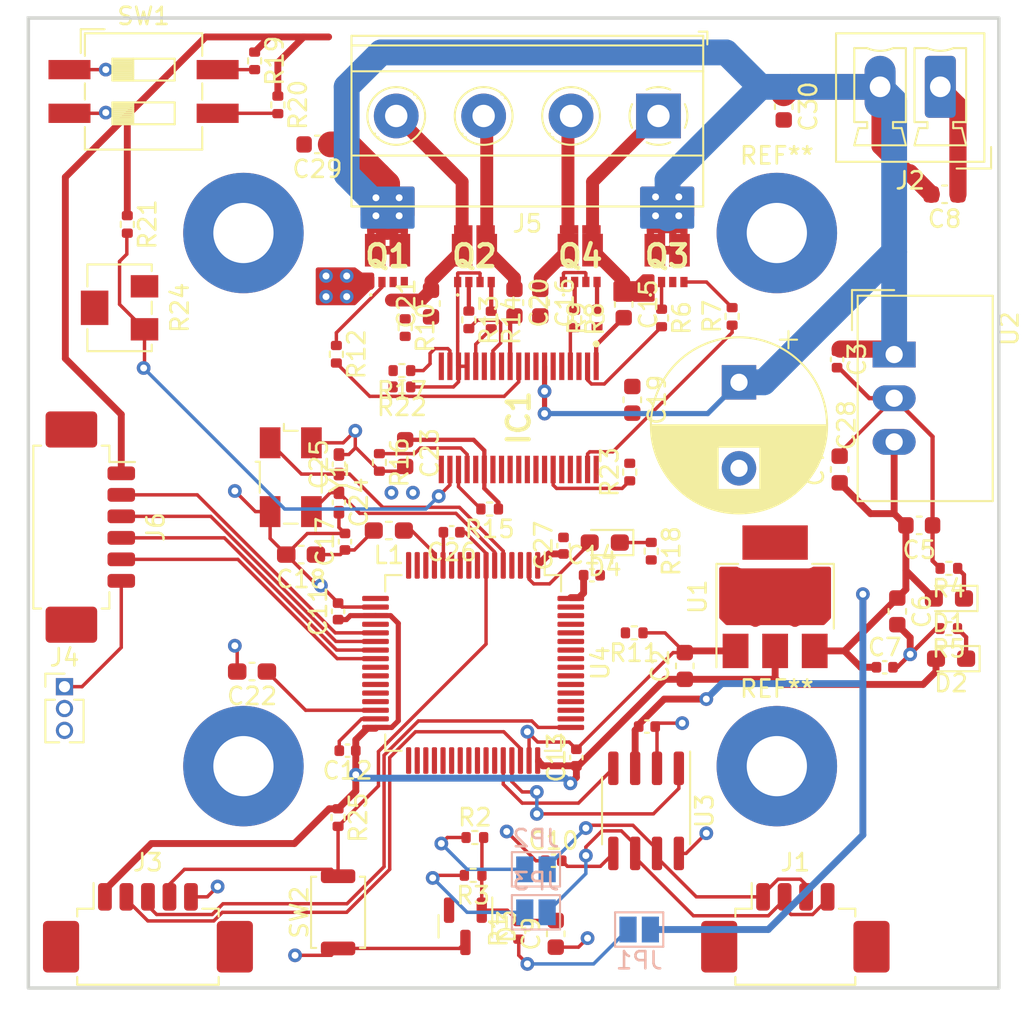
<source format=kicad_pcb>
(kicad_pcb (version 20221018) (generator pcbnew)
  (layers (0 "F.Cu" signal) (1 "In1.Cu" signal) (2 "In2.Cu" signal) (31 "B.Cu" signal) (34 "B.Paste" user) (35 "F.Paste" user) (36 "B.SilkS" user "B.Silkscreen") (37 "F.SilkS" user "F.Silkscreen") (38 "B.Mask" user) (39 "F.Mask" user) (44 "Edge.Cuts" user))
  (net 0 "")
  (net 1 "GND")
  (net 2 "+5V")
  (net 3 "+3V3")
  (net 4 "+24V")
  (net 5 "Net-(C9-Pad2)")
  (net 6 "+3.3V")
  (net 7 "W2_1")
  (net 8 "Net-(IC1-C2A)")
  (net 9 "W2_2")
  (net 10 "Net-(IC1-C2B)")
  (net 11 "Net-(IC1-VREG)")
  (net 12 "W1_1")
  (net 13 "Net-(IC1-C1A)")
  (net 14 "Net-(IC1-C1B)")
  (net 15 "W1_2")
  (net 16 "Net-(U4-VCAP_1)")
  (net 17 "OSC_P")
  (net 18 "OSC_N")
  (net 19 "NRST")
  (net 20 "Net-(D1-K)")
  (net 21 "Net-(D2-K)")
  (net 23 "Net-(D4-K)")
  (net 24 "PC13")
  (net 25 "Net-(IC1-GH2A)")
  (net 26 "Net-(IC1-GL2A)")
  (net 28 "Net-(IC1-GL1A)")
  (net 29 "Net-(IC1-GH1A)")
  (net 30 "Net-(IC1-GH1B)")
  (net 31 "Net-(IC1-GL1B)")
  (net 32 "Sense1")
  (net 33 "Net-(IC1-SR)")
  (net 34 "PB15\\Stp_EN")
  (net 35 "Vref")
  (net 36 "Net-(IC1-RESET)")
  (net 37 "Net-(IC1-OSC)")
  (net 39 "PC6\\STEP")
  (net 40 "MS1")
  (net 41 "MS2")
  (net 42 "PC7\\DIR")
  (net 43 "Sense2")
  (net 45 "Net-(IC1-GL2B)")
  (net 46 "Net-(IC1-GH2B)")
  (net 47 "USART1_RX")
  (net 48 "USART1_TX")
  (net 49 "PA7\\SPI1_MOSI")
  (net 50 "PA6\\SPI1_MISO")
  (net 51 "PC4\\SPI1_CS")
  (net 52 "PA5\\SPI1_SCK")
  (net 53 "PB1")
  (net 54 "PB2")
  (net 55 "PB10")
  (net 56 "Net-(JP1-A)")
  (net 57 "Net-(JP2-B)")
  (net 58 "Net-(JP3-B)")
  (net 59 "Net-(U4-VDDA)")
  (net 60 "Gate1_1")
  (net 61 "Gate1_2")
  (net 62 "Gate2_1")
  (net 63 "Gate2_2")
  (net 64 "Gate3_1")
  (net 65 "Net-(C17-Pad1)")
  (net 66 "Gate3_2")
  (net 67 "Gate4_1")
  (net 68 "Gate4_2")
  (net 69 "Net-(U4-BOOT0)")
  (net 72 "PC0")
  (net 73 "PC1")
  (net 74 "PC2")
  (net 75 "PC3")
  (net 76 "PA0")
  (net 77 "PA1")
  (net 78 "PA2\\USART2_TX")
  (net 79 "PA3\\USART2_RX")
  (net 80 "PA4")
  (net 81 "PC5")
  (net 82 "PB0")
  (net 83 "PB12")
  (net 84 "PB13")
  (net 85 "PB14")
  (net 86 "PC8")
  (net 87 "PC9")
  (net 88 "PA8")
  (net 89 "PA9")
  (net 90 "PA10")
  (net 91 "PA11\\CAN1RX")
  (net 92 "PA12\\CAN1TX")
  (net 93 "PA13\\SWDIO")
  (net 94 "PA14\\SWCLK")
  (net 95 "PA15")
  (net 96 "PC10\\SPI3_SCK")
  (net 97 "PC11\\SPI3_MISO")
  (net 98 "PC12\\SPI3_MOSI")
  (net 99 "PD2\\SPI3_CS")
  (net 100 "PB3")
  (net 101 "PB4")
  (net 102 "PB5")
  (net 103 "PB6")
  (net 104 "PB7\\I2C1_SDA")
  (net 105 "PB6\\I2C1_SCL")
  (net 106 "PB9")
  (net 107 "CAN+")
  (net 108 "CAN-")
  (footprint "Resistor_SMD:R_0402_1005Metric" (layer "F.Cu") (at 127.4 75.840001 -90)
    (fp_text reference "R16")
    (fp_text value "R")
  )
  (footprint "Package_TO_SOT_SMD:SOT-223-3_TabPin2" (layer "F.Cu") (at 150.4 83.65 90)
    (fp_text reference "U1")
    (fp_text value "AMS1117-3.3")
  )
  (footprint "Resistor_SMD:R_0402_1005Metric" (layer "F.Cu") (at 160.49 85.5 180)
    (fp_text reference "R5")
    (fp_text value "R")
  )
  (footprint "Capacitor_SMD:C_0603_1608Metric" (layer "F.Cu") (at 141.6 66.65 -90)
    (fp_text reference "C15")
    (fp_text value "C")
  )
  (footprint "Potentiometer_SMD:Potentiometer_Bourns_3214W_Vertical" (layer "F.Cu") (at 112.3 66.85 -90)
    (fp_text reference "R24")
    (fp_text value "R_Variable")
  )
  (footprint "Capacitor_SMD:C_0603_1608Metric" (layer "F.Cu") (at 145.15 87.675 90)
    (fp_text reference "C2")
    (fp_text value "10u")
  )
  (footprint "Capacitor_SMD:C_0603_1608Metric" (layer "F.Cu") (at 135.25 66.55 -90)
    (fp_text reference "C20")
    (fp_text value "C")
  )
  (footprint "Connector_PinHeader_1.27mm:PinHeader_1x03_P1.27mm_Vertical" (layer "F.Cu") (at 109.1 88.88)
    (fp_text reference "J4")
    (fp_text value "UART")
  )
  (footprint "LED_SMD:LED_0603_1608Metric_Pad1.05x0.95mm_HandSolder" (layer "F.Cu") (at 160.5 83.75 180)
    (fp_text reference "D1")
    (fp_text value "LED")
  )
  (footprint "CustomFootprint:DMT3020LDV7" (layer "F.Cu") (at 127.875 63.85)
    (fp_text reference "Q1")
    (fp_text value "DMT3020LDV-7" hide)
  )
  (footprint "MountingHole:MountingHole_3.5mm_Pad_TopBottom" (layer "F.Cu") (at 150.5 62.5)
    (fp_text reference "REF**")
    (fp_text value "MountingHole_3.5mm_Pad_TopBottom")
  )
  (footprint "Resistor_SMD:R_0402_1005Metric" (layer "F.Cu") (at 128.71 70.5 180)
    (fp_text reference "R17")
    (fp_text value "R")
  )
  (footprint "Capacitor_SMD:C_0402_1005Metric" (layer "F.Cu") (at 137.52 99)
    (fp_text reference "C10")
    (fp_text value "100n")
  )
  (footprint "Resistor_SMD:R_0402_1005Metric" (layer "F.Cu") (at 140.05 67.445 90)
    (fp_text reference "R9")
    (fp_text value "R")
  )
  (footprint "Resistor_SMD:R_0402_1005Metric" (layer "F.Cu") (at 125 96.490001 -90)
    (fp_text reference "R25")
    (fp_text value "10k")
  )
  (footprint "Capacitor_SMD:C_0402_1005Metric" (layer "F.Cu") (at 156.77 87.75)
    (fp_text reference "C7")
    (fp_text value "100n")
  )
  (footprint "MountingHole:MountingHole_3.5mm_Pad_TopBottom" (layer "F.Cu") (at 119.5 93.5)
    (fp_text reference "REF**" hide)
    (fp_text value "MountingHole_3.5mm_Pad_TopBottom" hide)
  )
  (footprint "Capacitor_SMD:C_0603_1608Metric_Pad1.08x0.95mm_HandSolder" (layer "F.Cu") (at 122.85 81.2 180)
    (fp_text reference "C18")
    (fp_text value "1uF")
  )
  (footprint "Capacitor_SMD:C_0603_1608Metric" (layer "F.Cu") (at 123.8 57.35 180)
    (fp_text reference "C29")
    (fp_text value "10u")
  )
  (footprint "Capacitor_SMD:C_0402_1005Metric" (layer "F.Cu") (at 125.4 80.45 90)
    (fp_text reference "C17")
    (fp_text value "10nF")
  )
  (footprint "Resistor_SMD:R_0402_1005Metric" (layer "F.Cu") (at 160.5 82 180)
    (fp_text reference "R4")
    (fp_text value "R")
  )
  (footprint "Capacitor_SMD:C_0603_1608Metric" (layer "F.Cu") (at 160.25 60.25 180)
    (fp_text reference "C8")
    (fp_text value "10u@50V")
  )
  (footprint "Resistor_SMD:R_0402_1005Metric" (layer "F.Cu") (at 124.9 69.55 -90)
    (fp_text reference "R12")
    (fp_text value "R")
  )
  (footprint "Resistor_SMD:R_0402_1005Metric" (layer "F.Cu") (at 132.6 67.55 -90)
    (fp_text reference "R13")
    (fp_text value "R")
  )
  (footprint "Resistor_SMD:R_0402_1005Metric" (layer "F.Cu") (at 135.5 103.05 90)
    (fp_text reference "R1")
    (fp_text value "R")
  )
  (footprint "Package_SO:SOIC-8_3.9x4.9mm_P1.27mm" (layer "F.Cu") (at 142.9 96.1 -90)
    (fp_text reference "U3")
    (fp_text value "MCP2562-E-SN" hide)
  )
  (footprint "Resistor_SMD:R_0402_1005Metric" (layer "F.Cu") (at 121.5 55.05 -90)
    (fp_text reference "R20")
    (fp_text value "R")
  )
  (footprint "Resistor_SMD:R_0402_1005Metric" (layer "F.Cu") (at 132.95 97.65)
    (fp_text reference "R2")
    (fp_text value "R")
  )
  (footprint "CustomFootprint:DMT3020LDV7" (layer "F.Cu") (at 132.925 63.85)
    (fp_text reference "Q2")
    (fp_text value "DMT3020LDV-7" hide)
  )
  (footprint "Connector_Molex:Molex_PicoBlade_53261-0671_1x06-1MP_P1.25mm_Horizontal" (layer "F.Cu") (at 110 79.6 -90)
    (fp_text reference "J6")
    (fp_text value "Conn_01x06")
  )
  (footprint "Connector_Molex:Molex_PicoBlade_53261-0471_1x04-1MP_P1.25mm_Horizontal" (layer "F.Cu") (at 151.575 103.5)
    (fp_text reference "J1")
    (fp_text value "Screw_Terminal_01x04" hide)
  )
  (footprint "Package_QFP:LQFP-64_10x10mm_P0.5mm" (layer "F.Cu") (at 132.85 87.5 -90)
    (fp_text reference "U4")
    (fp_text value "STM32F446RETx" hide)
  )
  (footprint "Capacitor_SMD:C_0402_1005Metric_Pad0.74x0.62mm_HandSolder" (layer "F.Cu") (at 125.05 78.1675 -90)
    (fp_text reference "C24")
    (fp_text value "18p")
  )
  (footprint "Capacitor_SMD:C_0402_1005Metric" (layer "F.Cu") (at 125 84.5 90)
    (fp_text reference "C11")
    (fp_text value "100nF")
  )
  (footprint "Capacitor_SMD:C_0603_1608Metric" (layer "F.Cu") (at 150.9 55.15 -90)
    (fp_text reference "C30")
    (fp_text value "10u")
  )
  (footprint "Package_TO_SOT_SMD:SOT-23" (layer "F.Cu") (at 132.4 102.8125 -90)
    (fp_text reference "D3")
    (fp_text value "MMBZxx")
  )
  (footprint "Capacitor_SMD:C_0402_1005Metric" (layer "F.Cu") (at 138.1 80.68 90)
    (fp_text reference "C27")
    (fp_text value "100nF")
  )
  (footprint "Crystal:Crystal_SMD_Abracon_ABM3B-4Pin_5.0x3.2mm" (layer "F.Cu") (at 122.25 76.7 -90)
    (fp_text reference "Y1")
    (fp_text value "ABM3B-8.000MHZ-B2-T")
  )
  (footprint "Resistor_SMD:R_0402_1005Metric" (layer "F.Cu") (at 143.2 81 -90)
    (fp_text reference "R18")
    (fp_text value "R")
  )
  (footprint "Capacitor_SMD:C_0402_1005Metric" (layer "F.Cu") (at 131.6 79.9 180)
    (fp_text reference "C26")
    (fp_text value "100n")
  )
  (footprint "Resistor_SMD:R_0402_1005Metric" (layer "F.Cu") (at 112.75 62 -90)
    (fp_text reference "R21")
    (fp_text value "R")
  )
  (footprint "Capacitor_SMD:C_0603_1608Metric" (layer "F.Cu") (at 136.75 66.55 -90)
    (fp_text reference "C16")
    (fp_text value "C")
  )
  (footprint "Button_Switch_SMD:SW_Push_SPST_NO_Alps_SKRK" (layer "F.Cu") (at 125 102 90)
    (fp_text reference "SW2")
    (fp_text value "SW_Push")
  )
  (footprint "Resistor_SMD:R_0402_1005Metric" (layer "F.Cu") (at 128.9 68 -90)
    (fp_text reference "R10")
    (fp_text value "R" hide)
  )
  (footprint "Resistor_SMD:R_0402_1005Metric" (layer "F.Cu") (at 143.8 67.440001 -90)
    (fp_text reference "R6")
    (fp_text value "R")
  )
  (footprint "Capacitor_SMD:C_0402_1005Metric" (layer "F.Cu") (at 142.95 91.2 180)
    (fp_text reference "C1" hide)
    (fp_text value "100n")
  )
  (footprint "Inductor_SMD:L_0603_1608Metric_Pad1.05x0.95mm_HandSolder" (layer "F.Cu") (at 127.95 79.8 180)
    (fp_text reference "L1")
    (fp_text value "L")
  )
  (footprint "Capacitor_SMD:C_0603_1608Metric" (layer "F.Cu") (at 142.1 72.2 -90)
    (fp_text reference "C19")
    (fp_text value "C")
  )
  (footprint "MountingHole:MountingHole_3.5mm_Pad_TopBottom" (layer "F.Cu") (at 150.5 93.5)
    (fp_text reference "REF**")
    (fp_text value "MountingHole_3.5mm_Pad_TopBottom" hide)
  )
  (footprint "Capacitor_SMD:C_0603_1608Metric" (layer "F.Cu") (at 154.15 76.25 90)
    (fp_text reference "C4")
    (fp_text value "10u")
  )
  (footprint "TerminalBlock_Phoenix:TerminalBlock_Phoenix_MKDS-1,5-4-5.08_1x04_P5.08mm_Horizontal" (layer "F.Cu") (at 143.62 55.695 180)
    (fp_text reference "J5")
    (fp_text value "Screw_Terminal_01x04")
  )
  (footprint "Capacitor_SMD:C_0402_1005Metric" (layer "F.Cu") (at 138.85 93 90)
    (fp_text reference "C13")
    (fp_text value "100nF")
  )
  (footprint "Button_Switch_SMD:SW_DIP_SPSTx02_Slide_6.7x6.64mm_W8.61mm_P2.54mm_LowProfile" (layer "F.Cu") (at 113.695 54.27)
    (fp_text reference "SW1")
    (fp_text value "SW_DIP_x02")
  )
  (footprint "Capacitor_SMD:C_0603_1608Metric" (layer "F.Cu") (at 128.9 75.3 -90)
    (fp_text reference "C23")
    (fp_text value "C")
  )
  (footprint "Connector_Phoenix_MC:PhoenixContact_MCV_1,5_2-G-3.5_1x02_P3.50mm_Vertical" (layer "F.Cu") (at 160 54 180)
    (fp_text reference "J2")
    (fp_text value "Conn_01x02")
  )
  (footprint "CustomFootprint:DMT3020LDV7" (layer "F.Cu") (at 139.075 63.845)
    (fp_text reference "Q4")
    (fp_text value "DMT3020LDV-7" hide)
  )
  (footprint "Capacitor_SMD:C_0603_1608Metric" (layer "F.Cu") (at 158.775 79.5 180)
    (fp_text reference "C5")
    (fp_text value "22u")
  )
  (footprint "Resistor_SMD:R_0402_1005Metric" (layer "F.Cu") (at 141.95 76.4 90)
    (fp_text reference "R23")
    (fp_text value "R")
  )
  (footprint "CustomFootprint:DMT3020LDV7" (layer "F.Cu") (at 144.125 63.85)
    (fp_text reference "Q3")
    (fp_text value "DMT3020LDV-7" hide)
  )
  (footprint "Resistor_SMD:R_0402_1005Metric" (layer "F.Cu") (at 133.9 67.56 -90)
    (fp_text reference "R14")
    (fp_text value "R")
  )
  (footprint "Converter_DCDC:Converter_DCDC_TRACO_TSR-1_THT" (layer "F.Cu") (at 157.3175 69.5675 -90)
    (fp_text reference "U2")
    (fp_text value "TSR_1-2450")
  )
  (footprint "Capacitor_SMD:C_0402_1005Metric" (layer "F.Cu") (at 154 69.85 -90)
    (fp_text reference "C3")
    (fp_text value "100n")
  )
  (footprint "Capacitor_SMD:C_0402_1005Metric_Pad0.74x0.62mm_HandSolder" (layer "F.Cu") (at 125.05 75.95 90)
    (fp_text reference "C25")
    (fp_text value "18p")
  )
  (footprint "Resistor_SMD:R_0402_1005Metric" (layer "F.Cu") (at 142.209999 85.75 180)
    (fp_text reference "R11")
    (fp_text value "0Ohm")
  )
  (footprint "Connector_Molex:Molex_PicoBlade_53261-0571_1x05-1MP_P1.25mm_Horizontal" (layer "F.Cu") (at 113.95 103.5)
    (fp_text reference "J3")
    (fp_text value "SWD")
  )
  (footprint "CustomFootprint:A3938SLDTRT" (layer "F.Cu") (at 135.5 73.25 -90)
    (fp_text reference "IC1")
    (fp_text value "A4989SLDTR-T" hide)
  )
  (footprint "Resistor_SMD:R_0402_1005Metric" (layer "F.Cu") (at 120.15 52.490001 -90)
    (fp_text reference "R19")
    (fp_text value "R")
  )
  (footprint "Capacitor_SMD:C_0402_1005Metric" (layer "F.Cu") (at 125.55 92.6 180)
    (fp_text reference "C12")
    (fp_text value "100nF")
  )
  (footprint "Capacitor_SMD:C_0603_1608Metric" (layer "F.Cu") (at 157.5 84.5 -90)
    (fp_text reference "C6")
    (fp_text value "10u")
  )
  (footprint "LED_SMD:LED_0603_1608Metric_Pad1.05x0.95mm_HandSolder" (layer "F.Cu") (at 160.625 87.25 180)
    (fp_text reference "D2")
    (fp_text value "LED")
  )
  (footprint "Capacitor_THT:CP_Radial_D10.0mm_P5.00mm" (layer "F.Cu") (at 148.3 71.182323 -90)
    (fp_text reference "C28")
    (fp_text value "C_Polarized")
  )
  (footprint "Capacitor_SMD:C_0603_1608Metric" (layer "F.Cu") (at 130.4 66.6 90)
    (fp_text reference "C21")
    (fp_text value "C")
  )
  (footprint "Resistor_SMD:R_0402_1005Metric" (layer "F.Cu") (at 128.71 71.45 180)
    (fp_text reference "R22")
    (fp_text value "R")
  )
  (footprint "Resistor_SMD:R_0402_1005Metric" (layer "F.Cu") (at 133.809999 78.55 180)
    (fp_text reference "R15")
    (fp_text value "R")
  )
  (footprint "MountingHole:MountingHole_3.5mm_Pad_TopBottom" (layer "F.Cu") (at 119.5 62.5)
    (fp_text reference "REF**" hide)
    (fp_text value "MountingHole_3.5mm_Pad_TopBottom" hide)
  )
  (footprint "Capacitor_SMD:C_0402_1005Metric" (layer "F.Cu") (at 139.75 82.4)
    (fp_text reference "C14")
    (fp_text value "100nF")
  )
  (footprint "LED_SMD:LED_0603_1608Metric_Pad1.05x0.95mm_HandSolder" (layer "F.Cu") (at 140.5 80.5 180)
    (fp_text reference "D4")
    (fp_text value "LED")
  )
  (footprint "Capacitor_SMD:C_0603_1608Metric" (layer "F.Cu") (at 137.65 103.25 90)
    (fp_text reference "C9")
    (fp_text value "4.7n")
  )
  (footprint "Resistor_SMD:R_0402_1005Metric" (layer "F.Cu") (at 147.9 67.35 90)
    (fp_text reference "R7")
    (fp_text value "R")
  )
  (footprint "Resistor_SMD:R_0402_1005Metric" (layer "F.Cu") (at 132.85 99.85 180)
    (fp_text reference "R3")
    (fp_text value "R")
  )
  (footprint "Resistor_SMD:R_0402_1005Metric" (layer "F.Cu") (at 138.75 67.495 -90)
    (fp_text reference "R8")
    (fp_text value "R")
  )
  (footprint "Capacitor_SMD:C_0603_1608Metric_Pad1.08x0.95mm_HandSolder" (layer "F.Cu") (at 120 88 180)
    (fp_text reference "C22")
    (fp_text value "4.7uF")
  )
  (footprint "Jumper:SolderJumper-2_P1.3mm_Open_Pad1.0x1.5mm" (layer "B.Cu") (at 142.5 103)
    (fp_text reference "JP1")
    (fp_text value "SolderJumper_2_Open" hide)
  )
  (footprint "Jumper:SolderJumper-2_P1.3mm_Open_Pad1.0x1.5mm" (layer "B.Cu") (at 136.5 99.5 180)
    (fp_text reference "JP2")
    (fp_text value "SolderJumper_2_Open" hide)
  )
  (footprint "Jumper:SolderJumper-2_P1.3mm_Open_Pad1.0x1.5mm" (layer "B.Cu") (at 136.5 102 180)
    (fp_text reference "JP3")
    (fp_text value "SolderJumper_2_Open" hide)
  )
  (gr_rect (start 107 50) (end 163.4 106.4) (stroke (width 0.2)) (fill none) (layer "Edge.Cuts"))
  (via (at 129.35 77.6) (size 0.8) (drill 0.4) (layers "F.Cu" "B.Cu") (net 0))
  (via (at 128.1 77.6) (size 0.8) (drill 0.4) (layers "F.Cu" "B.Cu") (net 0))
  (segment (start 131.12 79.9) (end 131.12 81.805) (width 0.2) (layer "F.Cu") (net 1))
  (segment (start 138.85 92.52) (end 138.43 92.1) (width 0.2) (layer "F.Cu") (net 1))
  (segment (start 154.15 75.275) (end 157.3175 72.1075) (width 0.2) (layer "F.Cu") (net 1))
  (segment (start 144.47 86.9) (end 145.15 86.9) (width 0.2) (layer "F.Cu") (net 1))
  (segment (start 121.05 78.7) (end 120.2 78.7) (width 0.2) (layer "F.Cu") (net 1))
  (segment (start 123.7875 83) (end 124 83) (width 0.2) (layer "F.Cu") (net 1))
  (segment (start 111.5 55.5) (end 111.46 55.54) (width 0.2) (layer "F.Cu") (net 1))
  (segment (start 125.07 92.04967) (end 126.36967 90.75) (width 0.2) (layer "F.Cu") (net 1))
  (segment (start 125 104.1) (end 124.6 104.5) (width 0.2) (layer "F.Cu") (net 1))
  (segment (start 143.535 91.305) (end 143.43 91.2) (width 0.2) (layer "F.Cu") (net 1))
  (segment (start 123.2175 79.97) (end 125.4 79.97) (width 0.2) (layer "F.Cu") (net 1))
  (segment (start 138.975 104.025) (end 139.5 103.5) (width 0.2) (layer "F.Cu") (net 1))
  (segment (start 125 84.02) (end 125.23 84.25) (width 0.2) (layer "F.Cu") (net 1))
  (segment (start 136.1 93.175) (end 136.1 91.6) (width 0.2) (layer "F.Cu") (net 1))
  (segment (start 161.025 60.25) (end 161.025 55.025) (width 1) (layer "F.Cu") (net 1))
  (segment (start 125.3 74.7) (end 126 74) (width 0.2) (layer "F.Cu") (net 1))
  (segment (start 159.55 79.5) (end 159.55 81.56) (width 0.25) (layer "F.Cu") (net 1))
  (segment (start 125 84) (end 124 83) (width 0.2) (layer "F.Cu") (net 1))
  (segment (start 138.85 92.52) (end 144.47 86.9) (width 0.2) (layer "F.Cu") (net 1))
  (segment (start 159.55 74.34) (end 157.3175 72.1075) (width 0.25) (layer "F.Cu") (net 1))
  (segment (start 157.5 85.275) (end 158.25 86.025) (width 0.4) (layer "F.Cu") (net 1))
  (segment (start 121.9875 81.2) (end 123.7875 83) (width 0.2) (layer "F.Cu") (net 1))
  (segment (start 136.5 99) (end 134.8 97.3) (width 0.2) (layer "F.Cu") (net 1))
  (segment (start 125.6175 75.3825) (end 126 75) (width 0.2) (layer "F.Cu") (net 1))
  (segment (start 142.719999 85.75) (end 144 85.75) (width 0.2) (layer "F.Cu") (net 1))
  (segment (start 154.15 75.475) (end 154.15 75.275) (width 0.2) (layer "F.Cu") (net 1))
  (segment (start 127.4 76.350001) (end 128.624999 76.350001) (width 0.2) (layer "F.Cu") (net 1))
  (segment (start 137.04 99) (end 136.5 99) (width 0.2) (layer "F.Cu") (net 1))
  (segment (start 143.63 91) (end 145 91) (width 0.2) (layer "F.Cu") (net 1))
  (segment (start 116.45 101.1) (end 117.4 101.1) (width 0.2) (layer "F.Cu") (net 1))
  (segment (start 159.55 79.5) (end 159.55 74.34) (width 0.25) (layer "F.Cu") (net 1))
  (segment (start 121.05 78.7) (end 121.05 80.2625) (width 0.2) (layer "F.Cu") (net 1))
  (segment (start 154 70.23) (end 155.8775 72.1075) (width 0.25) (layer "F.Cu") (net 1))
  (segment (start 144.805 98.575) (end 145.225 98.575) (width 0.2) (layer "F.Cu") (net 1))
  (segment (start 136.1 91.6) (end 136 91.5) (width 0.2) (layer "F.Cu") (net 1))
  (segment (start 123.45 74.7) (end 125.3 74.7) (width 0.2) (layer "F.Cu") (net 1))
  (segment (start 155.8775 72.1075) (end 157.3175 72.1075) (width 0.25) (layer "F.Cu") (net 1))
  (segment (start 125.4 79.97) (end 125.05 79.62) (width 0.2) (layer "F.Cu") (net 1))
  (segment (start 145.15 86.9) (end 145.25 86.8) (width 0.4) (layer "F.Cu") (net 1))
  (segment (start 125 84.02) (end 125 84) (width 0.2) (layer "F.Cu") (net 1))
  (segment (start 112.4 82.725) (end 112.4 86.6) (width 0.2) (layer "F.Cu") (net 1))
  (segment (start 124.6 104.5) (end 122.5 104.5) (width 0.2) (layer "F.Cu") (net 1))
  (segment (start 157.25 87.75) (end 157.5 87.75) (width 0.25) (layer "F.Cu") (net 1))
  (segment (start 159.75 85.5) (end 158.25 87) (width 0.25) (layer "F.Cu") (net 1))
  (segment (start 109.39 53) (end 111.5 53) (width 0.2) (layer "F.Cu") (net 1))
  (segment (start 145.25 86.8) (end 148.1 86.8) (width 0.4) (layer "F.Cu") (net 1))
  (segment (start 138.43 92.1) (end 136.6 92.1) (width 0.2) (layer "F.Cu") (net 1))
  (segment (start 159.55 81.56) (end 159.99 82) (width 0.25) (layer "F.Cu") (net 1))
  (segment (start 143.535 93.625) (end 143.535 91.305) (width 0.2) (layer "F.Cu") (net 1))
  (segment (start 121.05 80.2625) (end 121.9875 81.2) (width 0.2) (layer "F.Cu") (net 1))
  (segment (start 136.6 92.1) (end 136 91.5) (width 0.2) (layer "F.Cu") (net 1))
  (segment (start 128.624999 76.350001) (end 128.9 76.075) (width 0.2) (layer "F.Cu") (net 1))
  (segment (start 125.07 92.6) (end 125.07 92.04967) (width 0.2) (layer "F.Cu") (net 1))
  (segment (start 117.4 101.1) (end 118 100.5) (width 0.2) (layer "F.Cu") (net 1))
  (segment (start 112.4 86.6) (end 110.12 88.88) (width 0.2) (layer "F.Cu") (net 1))
  (segment (start 159.98 85.5) (end 159.75 85.5) (width 0.25) (layer "F.Cu") (net 1))
  (segment (start 126.36967 90.75) (end 127.175 90.75) (width 0.2) (layer "F.Cu") (net 1))
  (segment (start 127.4 76.350001) (end 126 74.950001) (width 0.2) (layer "F.Cu") (net 1))
  (segment (start 132.4 103.75) (end 132.05 104.1) (width 0.2) (layer "F.Cu") (net 1))
  (segment (start 125.05 79.62) (end 125.05 78.735) (width 0.2) (layer "F.Cu") (net 1))
  (segment (start 131.12 81.805) (end 131.1 81.825) (width 0.2) (layer "F.Cu") (net 1))
  (segment (start 143.43 91.2) (end 143.63 91) (width 0.2) (layer "F.Cu") (net 1))
  (segment (start 137.65 104.025) (end 138.975 104.025) (width 0.2) (layer "F.Cu") (net 1))
  (segment (start 126 74.950001) (end 126 74) (width 0.2) (layer "F.Cu") (net 1))
  (segment (start 125.05 75.3825) (end 125.6175 75.3825) (width 0.2) (layer "F.Cu") (net 1))
  (segment (start 125.23 84.25) (end 127.175 84.25) (width 0.2) (layer "F.Cu") (net 1))
  (segment (start 121.9875 81.2) (end 123.2175 79.97) (width 0.2) (layer "F.Cu") (net 1))
  (segment (start 119.1375 86.6375) (end 119 86.5) (width 0.2) (layer "F.Cu") (net 1))
  (segment (start 145.225 98.575) (end 146.4 97.4) (width 0.2) (layer "F.Cu") (net 1))
  (segment (start 132.05 104.1) (end 125 104.1) (width 0.2) (layer "F.Cu") (net 1))
  (segment (start 110.12 88.88) (end 109.1 88.88) (width 0.2) (layer "F.Cu") (net 1))
  (segment (start 126 75) (end 126 74.950001) (width 0.2) (layer "F.Cu") (net 1))
  (segment (start 157.5 87.75) (end 158.25 87) (width 0.25) (layer "F.Cu") (net 1))
  (segment (start 111.46 55.54) (end 109.39 55.54) (width 0.2) (layer "F.Cu") (net 1))
  (segment (start 144 85.75) (end 145.15 86.9) (width 0.2) (layer "F.Cu") (net 1))
  (segment (start 161.025 55.025) (end 160 54) (width 1) (layer "F.Cu") (net 1))
  (segment (start 158.25 86.025) (end 158.25 87) (width 0.4) (layer "F.Cu") (net 1))
  (segment (start 119.1375 88) (end 119.1375 86.6375) (width 0.2) (layer "F.Cu") (net 1))
  (segment (start 120.2 78.7) (end 119 77.5) (width 0.2) (layer "F.Cu") (net 1))
  (via (at 134.8 97.3) (size 0.8) (drill 0.4) (layers "F.Cu" "B.Cu") (net 1))
  (via (at 122.5 104.5) (size 0.8) (drill 0.4) (layers "F.Cu" "B.Cu") (net 1))
  (via (at 145 91) (size 0.8) (drill 0.4) (layers "F.Cu" "B.Cu") (net 1))
  (via (at 111.5 55.5) (size 0.8) (drill 0.4) (layers "F.Cu" "B.Cu") (net 1))
  (via (at 119 77.5) (size 0.8) (drill 0.4) (layers "F.Cu" "B.Cu") (net 1))
  (via (at 111.5 53) (size 0.8) (drill 0.4) (layers "F.Cu" "B.Cu") (net 1))
  (via (at 146.4 97.4) (size 0.8) (drill 0.4) (layers "F.Cu" "B.Cu") (net 1))
  (via (at 119 86.5) (size 0.8) (drill 0.4) (layers "F.Cu" "B.Cu") (net 1))
  (via (at 136 91.5) (size 0.8) (drill 0.4) (layers "F.Cu" "B.Cu") (net 1))
  (via (at 126 74) (size 0.8) (drill 0.4) (layers "F.Cu" "B.Cu") (net 1))
  (via (at 124 83) (size 0.8) (drill 0.4) (layers "F.Cu" "B.Cu") (net 1))
  (via (at 158.25 87) (size 0.8) (drill 0.4) (layers "F.Cu" "B.Cu") (net 1))
  (via (at 118 100.5) (size 0.8) (drill 0.4) (layers "F.Cu" "B.Cu") (net 1))
  (via (at 139.5 103.5) (size 0.8) (drill 0.4) (layers "F.Cu" "B.Cu") (net 1))
  (segment (start 155.375 87.75) (end 154.425 86.8) (width 0.4) (layer "F.Cu") (net 2))
  (segment (start 112.75 55.65) (end 117.3 51.1) (width 0.4) (layer "F.Cu") (net 2))
  (segment (start 128.9 74.525) (end 132.875 74.525) (width 0.25) (layer "F.Cu") (net 2))
  (segment (start 158 83.225) (end 157.5 83.725) (width 0.4) (layer "F.Cu") (net 2))
  (segment (start 158 79.5) (end 157.3175 78.8175) (width 0.4) (layer "F.Cu") (net 2))
  (segment (start 109.15 69.8) (end 109.15 59.25) (width 0.4) (layer "F.Cu") (net 2))
  (segment (start 133.5 77.35) (end 134.319999 78.169999) (width 0.25) (layer "F.Cu") (net 2))
  (segment (start 121.030001 51.1) (end 123 51.1) (width 0.4) (layer "F.Cu") (net 2))
  (segment (start 121.5 52.6) (end 123 51.1) (width 0.4) (layer "F.Cu") (net 2))
  (segment (start 142.47 91.086325) (end 143.956325 89.6) (width 0.4) (layer "F.Cu") (net 2))
  (segment (start 156.29 87.75) (end 155.375 87.75) (width 0.4) (layer "F.Cu") (net 2))
  (segment (start 155.5 83.5) (end 155.5 85.725) (width 0.4) (layer "F.Cu") (net 2))
  (segment (start 117.3 51.1) (end 121.030001 51.1) (width 0.4) (layer "F.Cu") (net 2))
  (segment (start 133.5 76.25) (end 133.5 77.35) (width 0.25) (layer "F.Cu") (net 2))
  (segment (start 123 51.1) (end 124.45 51.1) (width 0.4) (layer "F.Cu") (net 2))
  (segment (start 109.15 59.25) (end 112.75 55.65) (width 0.4) (layer "F.Cu") (net 2))
  (segment (start 158 79.5) (end 158 82.125) (width 0.4) (layer "F.Cu") (net 2))
  (segment (start 158 82.125) (end 158 83.225) (width 0.4) (layer "F.Cu") (net 2))
  (segment (start 142.47 91.2) (end 142.265 91.405) (width 0.4) (layer "F.Cu") (net 2))
  (segment (start 157.5 83.725) (end 155.3625 85.8625) (width 0.4) (layer "F.Cu") (net 2))
  (segment (start 134.319999 78.169999) (end 134.319999 78.55) (width 0.25) (layer "F.Cu") (net 2))
  (segment (start 158 82.125) (end 159.625 83.75) (width 0.4) (layer "F.Cu") (net 2))
  (segment (start 133.5 75.15) (end 133.5 76.25) (width 0.25) (layer "F.Cu") (net 2))
  (segment (start 112.75 61.49) (end 112.75 55.65) (width 0.4) (layer "F.Cu") (net 2))
  (segment (start 155.9425 78.8175) (end 157.3175 78.8175) (width 0.4) (layer "F.Cu") (net 2))
  (segment (start 142.47 91.2) (end 142.47 91.086325) (width 0.4) (layer "F.Cu") (net 2))
  (segment (start 155.3625 85.8625) (end 154.425 86.8) (width 0.4) (layer "F.Cu") (net 2))
  (segment (start 154.425 86.8) (end 152.7 86.8) (width 0.4) (layer "F.Cu") (net 2))
  (segment (start 121.5 54.54) (end 121.5 52.6) (width 0.4) (layer "F.Cu") (net 2))
  (segment (start 155.5 85.725) (end 155.3625 85.8625) (width 0.4) (layer "F.Cu") (net 2))
  (segment (start 154.15 77.025) (end 155.9425 78.8175) (width 0.4) (layer "F.Cu") (net 2))
  (segment (start 132.875 74.525) (end 133.5 75.15) (width 0.25) (layer "F.Cu") (net 2))
  (segment (start 157.3175 78.8175) (end 157.3175 74.6475) (width 0.4) (layer "F.Cu") (net 2))
  (segment (start 143.956325 89.6) (end 146.4 89.6) (width 0.4) (layer "F.Cu") (net 2))
  (segment (start 112.4 76.475) (end 112.4 73.05) (width 0.4) (layer "F.Cu") (net 2))
  (segment (start 142.265 91.405) (end 142.265 93.625) (width 0.4) (layer "F.Cu") (net 2))
  (segment (start 120.15 51.980001) (end 121.030001 51.1) (width 0.4) (layer "F.Cu") (net 2))
  (segment (start 112.4 73.05) (end 109.15 69.8) (width 0.4) (layer "F.Cu") (net 2))
  (via (at 146.4 89.6) (size 0.8) (drill 0.4) (layers "F.Cu" "B.Cu") (net 2))
  (via (at 155.5 83.5) (size 0.8) (drill 0.4) (layers "F.Cu" "B.Cu") (net 2))
  (segment (start 155.5 97.5) (end 150 103) (width 0.4) (layer "B.Cu") (net 2))
  (segment (start 150 103) (end 143.15 103) (width 0.4) (layer "B.Cu") (net 2))
  (segment (start 146.4 89.6) (end 147.3 88.7) (width 0.4) (layer "B.Cu") (net 2))
  (segment (start 155.5 88.7) (end 155.5 97.5) (width 0.4) (layer "B.Cu") (net 2))
  (segment (start 155.5 83.5) (end 155.5 88.7) (width 0.4) (layer "B.Cu") (net 2))
  (segment (start 147.3 88.7) (end 155.5 88.7) (width 0.4) (layer "B.Cu") (net 2))
  (segment (start 137.265 81.16) (end 136.65 81.775) (width 0.4) (layer "F.Cu") (net 3))
  (segment (start 139.27 82.4) (end 139.27 83.43) (width 0.4) (layer "F.Cu") (net 3))
  (segment (start 139 83.7) (end 138.525 83.7) (width 0.4) (layer "F.Cu") (net 3))
  (segment (start 138.1 81.16) (end 137.265 81.16) (width 0.4) (layer "F.Cu") (net 3))
  (segment (start 126.7 91.3) (end 127.175 91.3) (width 0.4) (layer "F.Cu") (net 3))
  (segment (start 138.85 94.15) (end 138.5 94.5) (width 0.4) (layer "F.Cu") (net 3))
  (segment (start 127.175 84.75) (end 128.051041 84.75) (width 0.3) (layer "F.Cu") (net 3))
  (segment (start 139.27 83.43) (end 139 83.7) (width 0.4) (layer "F.Cu") (net 3))
  (segment (start 136.65 93.225) (end 136.65 93.175) (width 0.4) (layer "F.Cu") (net 3))
  (segment (start 111.45 100.701472) (end 114.151472 98) (width 0.4) (layer "F.Cu") (net 3))
  (segment (start 125 95.980001) (end 126.03 94.950001) (width 0.4) (layer "F.Cu") (net 3))
  (segment (start 126.03 92.6) (end 126.03 91.97) (width 0.4) (layer "F.Cu") (net 3))
  (segment (start 128.5 90.863604) (end 128.113604 91.25) (width 0.3) (layer "F.Cu") (net 3))
  (segment (start 145.15 88.45) (end 150.35 88.45) (width 0.4) (layer "F.Cu") (net 3))
  (segment (start 159.75 87.25) (end 159.75 88) (width 0.4) (layer "F.Cu") (net 3))
  (segment (start 138.963675 93.48) (end 143.993675 88.45) (width 0.4) (layer "F.Cu") (net 3))
  (segment (start 143.993675 88.45) (end 145.15 88.45) (width 0.4) (layer "F.Cu") (net 3))
  (segment (start 136.65 81.775) (end 136.65 81.825) (width 0.4) (layer "F.Cu") (net 3))
  (segment (start 150.4 88.4) (end 150.4 86.8) (width 0.4) (layer "F.Cu") (net 3))
  (segment (start 111.45 101.1) (end 111.45 100.701472) (width 0.4) (layer "F.Cu") (net 3))
  (segment (start 126.03 91.97) (end 126.7 91.3) (width 0.4) (layer "F.Cu") (net 3))
  (segment (start 138.85 93.48) (end 138.85 94.15) (width 0.4) (layer "F.Cu") (net 3))
  (segment (start 126.03 94.950001) (end 126.03 94) (width 0.4) (layer "F.Cu") (net 3))
  (segment (start 138.85 93.48) (end 136.905 93.48) (width 0.4) (layer "F.Cu") (net 3))
  (segment (start 126.03 94) (end 126.03 92.6) (width 0.4) (layer "F.Cu") (net 3))
  (segment (start 159.75 88) (end 159 88.75) (width 0.4) (layer "F.Cu") (net 3))
  (segment (start 125.71 84.75) (end 127.175 84.75) (width 0.3) (layer "F.Cu") (net 3))
  (segment (start 138.85 93.48) (end 138.963675 93.48) (width 0.4) (layer "F.Cu") (net 3))
  (segment (start 136.905 93.48) (end 136.65 93.225) (width 0.4) (layer "F.Cu") (net 3))
  (segment (start 114.151472 98) (end 122.461698 98) (width 0.4) (layer "F.Cu") (net 3))
  (segment (start 122.461698 98) (end 124.481697 95.980001) (width 0.4) (layer "F.Cu") (net 3))
  (segment (start 125.48 84.98) (end 125.71 84.75) (width 0.3) (layer "F.Cu") (net 3))
  (segment (start 150.75 88.75) (end 150.4 88.4) (width 0.4) (layer "F.Cu") (net 3))
  (segment (start 150.35 88.45) (end 150.4 88.4) (width 0.4) (layer "F.Cu") (net 3))
  (segment (start 128.051041 84.75) (end 128.5 85.198959) (width 0.3) (layer "F.Cu") (net 3))
  (segment (start 124.481697 95.980001) (end 125 95.980001) (width 0.4) (layer "F.Cu") (net 3))
  (segment (start 128.113604 91.25) (end 127.175 91.25) (width 0.3) (layer "F.Cu") (net 3))
  (segment (start 128.5 85.198959) (end 128.5 90.863604) (width 0.3) (layer "F.Cu") (net 3))
  (segment (start 159 88.75) (end 150.75 88.75) (width 0.4) (layer "F.Cu") (net 3))
  (segment (start 125 84.98) (end 125.48 84.98) (width 0.3) (layer "F.Cu") (net 3))
  (via (at 138.5 94.5) (size 0.8) (drill 0.4) (layers "F.Cu" "B.Cu") (net 3))
  (via (at 126.03 94) (size 0.8) (drill 0.4) (layers "F.Cu" "B.Cu") (net 3))
  (segment (start 138.5 94.5) (end 138.2 94.2) (width 0.4) (layer "B.Cu") (net 3))
  (segment (start 126.23 94.2) (end 126.03 94) (width 0.4) (layer "B.Cu") (net 3))
  (segment (start 138.2 94.2) (end 126.23 94.2) (width 0.4) (layer "B.Cu") (net 3))
  (segment (start 150.9 54.375) (end 151.275 54) (width 1.5) (layer "F.Cu") (net 4))
  (segment (start 157 69.25) (end 154.177939 69.25) (width 1) (layer "F.Cu") (net 4))
  (segment (start 124.575 57.35) (end 125.55 57.35) (width 1.5) (layer "F.Cu") (net 4))
  (segment (start 127.35 59.15) (end 127.85 59.65) (width 1.5) (layer "F.Cu") (net 4))
  (segment (start 158.225 59) (end 159.475 60.25) (width 1) (layer "F.Cu") (net 4))
  (segment (start 157.3175 69.5675) (end 157 69.25) (width 1) (layer "F.Cu") (net 4))
  (segment (start 137 71.7) (end 137 70.25) (width 0.3) (layer "F.Cu") (net 4))
  (segment (start 125.55 57.35) (end 127.35 59.15) (width 1.5) (layer "F.Cu") (net 4))
  (segment (start 137 73) (end 137 71.7) (width 0.3) (layer "F.Cu") (net 4))
  (segment (start 127.85 59.65) (end 127.85 62.15) (width 1.5) (layer "F.Cu") (net 4))
  (segment (start 158.05 59) (end 158.225 59) (width 1) (layer "F.Cu") (net 4))
  (segment (start 156.5 57.45) (end 158.05 59) (width 1) (layer "F.Cu") (net 4))
  (segment (start 156.5 54) (end 156.5 57.45) (width 1) (layer "F.Cu") (net 4))
  (segment (start 151.275 54) (end 156.5 54) (width 1.5) (layer "F.Cu") (net 4))
  (via (at 144.8 61.5) (size 0.8) (drill 0.4) (layers "F.Cu" "B.Cu") (net 4))
  (via (at 127.2 60.45) (size 0.8) (drill 0.4) (layers "F.Cu" "B.Cu") (net 4))
  (via (at 128.55 61.5) (size 0.8) (drill 0.4) (layers "F.Cu" "B.Cu") (net 4))
  (via (at 128.55 60.45) (size 0.8) (drill 0.4) (layers "F.Cu" "B.Cu") (net 4))
  (via (at 127.2 61.5) (size 0.8) (drill 0.4) (layers "F.Cu" "B.Cu") (net 4))
  (via (at 143.45 61.5) (size 0.8) (drill 0.4) (layers "F.Cu" "B.Cu") (net 4))
  (via (at 143.45 60.4) (size 0.8) (drill 0.4) (layers "F.Cu" "B.Cu") (net 4))
  (via (at 144.8 60.4) (size 0.8) (drill 0.4) (layers "F.Cu" "B.Cu") (net 4))
  (via (at 137 73) (size 0.8) (drill 0.4) (layers "F.Cu" "B.Cu") (net 4))
  (via (at 137 71.7) (size 0.8) (drill 0.4) (layers "F.Cu" "B.Cu") (net 4))
  (segment (start 157.3175 63.6) (end 157.3175 54.8175) (width 1.5) (layer "B.Cu") (net 4))
  (segment (start 137 73) (end 146.482323 73) (width 0.3) (layer "B.Cu") (net 4))
  (segment (start 144.15 59.4) (end 144.15 61.65) (width 1.5) (layer "B.Cu") (net 4))
  (segment (start 156.5 54) (end 149.55 54) (width 1.5) (layer "B.Cu") (net 4))
  (segment (start 149.55 54) (end 144.15 59.4) (width 1.5) (layer "B.Cu") (net 4))
  (segment (start 125.5 59.1) (end 127.9 61.5) (width 1.5) (layer "B.Cu") (net 4))
  (segment (start 149.735177 71.182323) (end 157.3175 63.6) (width 1.5) (layer "B.Cu") (net 4))
  (segment (start 127.5 52) (end 125.5 54) (width 1.5) (layer "B.Cu") (net 4))
  (segment (start 147.55 52) (end 127.5 52) (width 1.5) (layer "B.Cu") (net 4))
  (segment (start 148.3 71.182323) (end 149.735177 71.182323) (width 1.5) (layer "B.Cu") (net 4))
  (segment (start 125.5 54) (end 125.5 59.1) (width 1.5) (layer "B.Cu") (net 4))
  (segment (start 146.482323 73) (end 148.3 71.182323) (width 0.3) (layer "B.Cu") (net 4))
  (segment (start 157.3175 54.8175) (end 156.5 54) (width 1.5) (layer "B.Cu") (net 4))
  (segment (start 157.3175 69.5675) (end 157.3175 63.6) (width 1.5) (layer "B.Cu") (net 4))
  (segment (start 149.55 54) (end 147.55 52) (width 1.5) (layer "B.Cu") (net 4))
  (segment (start 133.35 101.875) (end 134.835 101.875) (width 0.2) (layer "F.Cu") (net 5))
  (segment (start 133.36 97.75) (end 133.46 97.65) (width 0.2) (layer "F.Cu") (net 5))
  (segment (start 137.65 102.475) (end 135.565 102.475) (width 0.2) (layer "F.Cu") (net 5))
  (segment (start 133.36 99.85) (end 133.36 97.75) (width 0.2) (layer "F.Cu") (net 5))
  (segment (start 135.565 102.475) (end 135.5 102.54) (width 0.2) (layer "F.Cu") (net 5))
  (segment (start 134.835 101.875) (end 135.5 102.54) (width 0.2) (layer "F.Cu") (net 5))
  (segment (start 133.35 99.86) (end 133.36 99.85) (width 0.2) (layer "F.Cu") (net 5))
  (segment (start 133.35 101.875) (end 133.35 99.86) (width 0.2) (layer "F.Cu") (net 5))
  (segment (start 140.2435 99.3265) (end 140.995 98.575) (width 0.2) (layer "F.Cu") (net 6))
  (segment (start 138.3265 99.3265) (end 140.2435 99.3265) (width 0.2) (layer "F.Cu") (net 6))
  (segment (start 138 99) (end 138.3265 99.3265) (width 0.2) (layer "F.Cu") (net 6))
  (segment (start 141.6 65.305) (end 139.79 63.495) (width 0.75) (layer "F.Cu") (net 7))
  (segment (start 141.6 65.875) (end 141.6 65.305) (width 0.75) (layer "F.Cu") (net 7))
  (segment (start 139.79 63.495) (end 139.79 59.525) (width 0.75) (layer "F.Cu") (net 7))
  (segment (start 139.79 59.525) (end 143.62 55.695) (width 0.75) (layer "F.Cu") (net 7))
  (segment (start 141.6 67.425) (end 140 69.025) (width 0.25) (layer "F.Cu") (net 8))
  (segment (start 140 69.025) (end 140 70.25) (width 0.25) (layer "F.Cu") (net 8))
  (segment (start 136.75 65.775) (end 136.75 65.105) (width 0.75) (layer "F.Cu") (net 9))
  (segment (start 138.36 63.495) (end 138.36 55.875) (width 0.75) (layer "F.Cu") (net 9))
  (segment (start 138.36 55.875) (end 138.54 55.695) (width 0.75) (layer "F.Cu") (net 9))
  (segment (start 136.75 65.105) (end 138.36 63.495) (width 0.75) (layer "F.Cu") (net 9))
  (segment (start 133.64 63.5) (end 133.64 55.875) (width 0.75) (layer "F.Cu") (net 12))
  (segment (start 135.25 65.775) (end 135.25 65.11) (width 0.75) (layer "F.Cu") (net 12))
  (segment (start 135.25 65.11) (end 133.64 63.5) (width 0.75) (layer "F.Cu") (net 12))
  (segment (start 133.64 55.875) (end 133.46 55.695) (width 0.75) (layer "F.Cu") (net 12))
  (via (at 125.5 65) (size 0.8) (drill 0.4) (layers "F.Cu" "B.Cu") (net 12))
  (via (at 124.3 65) (size 0.8) (drill 0.4) (layers "F.Cu" "B.Cu") (net 12))
  (via (at 124.3 66.2) (size 0.8) (drill 0.4) (layers "F.Cu" "B.Cu") (net 12))
  (via (at 125.5 66.2) (size 0.8) (drill 0.4) (layers "F.Cu" "B.Cu") (net 12))
  (segment (start 135.25 67.325) (end 135 67.575) (width 0.25) (layer "F.Cu") (net 13))
  (segment (start 135 67.575) (end 135 70.25) (width 0.25) (layer "F.Cu") (net 13))
  (segment (start 129.825 66.4) (end 128.1 66.4) (width 0.75) (layer "F.Cu") (net 15))
  (segment (start 132.21 59.525) (end 128.38 55.695) (width 0.75) (layer "F.Cu") (net 15))
  (segment (start 132.21 63.5) (end 132.21 59.525) (width 0.75) (layer "F.Cu") (net 15))
  (segment (start 130.4 65.31) (end 132.21 63.5) (width 0.75) (layer "F.Cu") (net 15))
  (segment (start 130.4 65.875) (end 130.4 65.31) (width 0.75) (layer "F.Cu") (net 15))
  (segment (start 130.4 65.825) (end 129.825 66.4) (width 0.75) (layer "F.Cu") (net 15))
  (segment (start 123.1125 90.25) (end 127.175 90.25) (width 0.2) (layer "F.Cu") (net 16))
  (segment (start 120.8625 88) (end 123.1125 90.25) (width 0.2) (layer "F.Cu") (net 16))
  (segment (start 131.85 78.8) (end 134.1 81.05) (width 0.2) (layer "F.Cu") (net 17))
  (segment (start 126.25 78.8) (end 131.85 78.8) (width 0.2) (layer "F.Cu") (net 17))
  (segment (start 124.55 77.6) (end 125.05 77.6) (width 0.2) (layer "F.Cu") (net 17))
  (segment (start 125.05 77.6) (end 126.25 78.8) (width 0.2) (layer "F.Cu") (net 17))
  (segment (start 123.45 78.7) (end 124.55 77.6) (width 0.2) (layer "F.Cu") (net 17))
  (segment (start 134.1 81.05) (end 134.1 81.825) (width 0.2) (layer "F.Cu") (net 17))
  (segment (start 132.05 78.45) (end 134.6 81) (width 0.2) (layer "F.Cu") (net 18))
  (segment (start 127.6 78.45) (end 132.05 78.45) (width 0.2) (layer "F.Cu") (net 18))
  (segment (start 134.6 81) (end 134.6 81.825) (width 0.2) (layer "F.Cu") (net 18))
  (segment (start 122.8675 76.5175) (end 125.05 76.5175) (width 0.2) (layer "F.Cu") (net 18))
  (segment (start 121.05 74.7) (end 122.8675 76.5175) (width 0.2) (layer "F.Cu") (net 18))
  (segment (start 125.6675 76.5175) (end 127.6 78.45) (width 0.2) (layer "F.Cu") (net 18))
  (segment (start 125.05 76.5175) (end 125.6675 76.5175) (width 0.2) (layer "F.Cu") (net 18))
  (segment (start 116.073066 99.5) (end 124.6 99.5) (width 0.2) (layer "F.Cu") (net 19))
  (segment (start 127.346998 92.653002) (end 133.6 86.4) (width 0.2) (layer "F.Cu") (net 19))
  (segment (start 115.2 101.1) (end 115.2 100.373066) (width 0.2) (layer "F.Cu") (net 19))
  (segment (start 132.377092 79.9) (end 133.6 81.122908) (width 0.2) (layer "F.Cu") (net 19))
  (segment (start 133.6 86.4) (end 133.6 81.825) (width 0.2) (layer "F.Cu") (net 19))
  (segment (start 127.346998 94.653003) (end 127.346998 92.653002) (width 0.2) (layer "F.Cu") (net 19))
  (segment (start 125 97.000001) (end 127.346998 94.653003) (width 0.2) (layer "F.Cu") (net 19))
  (segment (start 125 97.000001) (end 125 99.9) (width 0.2) (layer "F.Cu") (net 19))
  (segment (start 132.08 79.9) (end 132.377092 79.9) (width 0.2) (layer "F.Cu") (net 19))
  (segment (start 133.6 81.122908) (end 133.6 81.825) (width 0.2) (layer "F.Cu") (net 19))
  (segment (start 124.6 99.5) (end 125 99.9) (width 0.2) (layer "F.Cu") (net 19))
  (segment (start 115.2 100.373066) (end 116.073066 99.5) (width 0.2) (layer "F.Cu") (net 19))
  (segment (start 161.375 83.75) (end 161.375 82.365) (width 0.25) (layer "F.Cu") (net 20))
  (segment (start 161.375 82.365) (end 161.01 82) (width 0.25) (layer "F.Cu") (net 20))
  (segment (start 161.5 87.25) (end 161.5 86) (width 0.25) (layer "F.Cu") (net 21))
  (segment (start 161.5 86) (end 161 85.5) (width 0.25) (layer "F.Cu") (net 21))
  (segment (start 141.375 80.5) (end 143.19 80.5) (width 0.2) (layer "F.Cu") (net 23))
  (segment (start 143.19 80.5) (end 143.2 80.49) (width 0.2) (layer "F.Cu") (net 23))
  (segment (start 139.625 80.5) (end 139.625 80.567254) (width 0.2) (layer "F.Cu") (net 24))
  (segment (start 139.625 80.567254) (end 137.292254 82.9) (width 0.2) (layer "F.Cu") (net 24))
  (segment (start 136.1 82.63033) (end 136.1 81.825) (width 0.2) (layer "F.Cu") (net 24))
  (segment (start 137.292254 82.9) (end 136.36967 82.9) (width 0.2) (layer "F.Cu") (net 24))
  (segment (start 136.36967 82.9) (end 136.1 82.63033) (width 0.2) (layer "F.Cu") (net 24))
  (segment (start 139.5 71.05) (end 139.5 70.25) (width 0.2) (layer "F.Cu") (net 25))
  (segment (start 143.8 67.950001) (end 140.473001 71.277) (width 0.2) (layer "F.Cu") (net 25))
  (segment (start 140.473001 71.277) (end 139.727 71.277) (width 0.2) (layer "F.Cu") (net 25))
  (segment (start 139.727 71.277) (end 139.5 71.05) (width 0.2) (layer "F.Cu") (net 25))
  (segment (start 138.75 68.005) (end 138.5 68.255) (width 0.2) (layer "F.Cu") (net 26))
  (segment (start 138.5 68.255) (end 138.5 70.25) (width 0.2) (layer "F.Cu") (net 26))
  (segment (start 135.5 71.154) (end 135.5 70.25) (width 0.2) (layer "F.Cu") (net 29))
  (segment (start 124.9 70.06) (end 126.837 71.997) (width 0.2) (layer "F.Cu") (net 29))
  (segment (start 134.657 71.997) (end 135.5 71.154) (width 0.2) (layer "F.Cu") (net 29))
  (segment (start 126.837 71.997) (end 134.657 71.997) (width 0.2) (layer "F.Cu") (net 29))
  (segment (start 134 69.346) (end 134 70.25) (width 0.2) (layer "F.Cu") (net 30))
  (segment (start 134.447 68.899) (end 134 69.346) (width 0.2) (layer "F.Cu") (net 30))
  (segment (start 132.6 68.06) (end 133.087 67.573) (width 0.2) (layer "F.Cu") (net 30))
  (segment (start 133.087 67.573) (end 134.273 67.573) (width 0.2) (layer "F.Cu") (net 30))
  (segment (start 134.273 67.573) (end 134.447 67.747) (width 0.2) (layer "F.Cu") (net 30))
  (segment (start 134.447 67.747) (end 134.447 68.899) (width 0.2) (layer "F.Cu") (net 30))
  (segment (start 133.9 68.07) (end 133 68.97) (width 0.2) (layer "F.Cu") (net 31))
  (segment (start 133 68.97) (end 133 70.25) (width 0.2) (layer "F.Cu") (net 31))
  (segment (start 129.22 71.45) (end 131.704 71.45) (width 0.2) (layer "F.Cu") (net 32))
  (segment (start 131.704 71.45) (end 132 71.154) (width 0.2) (layer "F.Cu") (net 32))
  (segment (start 133.25 64.85) (end 133.25 65.35) (width 0.2) (layer "F.Cu") (net 32))
  (segment (start 131.977 64.823) (end 133.223 64.823) (width 0.2) (layer "F.Cu") (net 32))
  (segment (start 131.95 70.2) (end 132 70.25) (width 0.2) (layer "F.Cu") (net 32))
  (segment (start 131.95 65.35) (end 131.95 68.8) (width 0.2) (layer "F.Cu") (net 32))
  (segment (start 131.95 68.8) (end 131.95 70.2) (width 0.2) (layer "F.Cu") (net 32))
  (segment (start 131.95 64.85) (end 131.977 64.823) (width 0.2) (layer "F.Cu") (net 32))
  (segment (start 133.223 64.823) (end 133.25 64.85) (width 0.2) (layer "F.Cu") (net 32))
  (segment (start 131.95 65.35) (end 131.95 64.85) (width 0.2) (layer "F.Cu") (net 32))
  (segment (start 132 71.154) (end 132 70.25) (width 0.2) (layer "F.Cu") (net 32))
  (segment (start 132 70.25) (end 132.5 70.25) (width 0.2) (layer "F.Cu") (net 32))
  (segment (start 129.22 70.5) (end 129.95 70.5) (width 0.2) (layer "F.Cu") (net 33))
  (segment (start 130.623 69.223) (end 131.377 69.223) (width 0.2) (layer "F.Cu") (net 33))
  (segment (start 129.95 70.5) (end 130.346 70.104) (width 0.2) (layer "F.Cu") (net 33))
  (segment (start 131.377 69.223) (end 131.5 69.346) (width 0.2) (layer "F.Cu") (net 33))
  (segment (start 130.346 69.5) (end 130.623 69.223) (width 0.2) (layer "F.Cu") (net 33))
  (segment (start 131.5 69.346) (end 131.5 70.25) (width 0.2) (layer "F.Cu") (net 33))
  (segment (start 130.346 70.104) (end 130.346 69.5) (width 0.2) (layer "F.Cu") (net 33))
  (segment (start 112.75 62.51) (end 112.723 62.537) (width 0.2) (layer "F.Cu") (net 35))
  (segment (start 131.5 76.25) (end 131.5 77.15) (width 0.2) (layer "F.Cu") (net 35))
  (segment (start 131.5 77.15) (end 130.85 77.8) (width 0.2) (layer "F.Cu") (net 35))
  (segment (start 112.3 66.65) (end 113.75 68.1) (width 0.2) (layer "F.Cu") (net 35))
  (segment (start 113.7 70.35) (end 113.75 70.3) (width 0.2) (layer "F.Cu") (net 35))
  (segment (start 112.723 62.537) (end 112.723 63.727) (width 0.2) (layer "F.Cu") (net 35))
  (segment (start 113.75 70.3) (end 113.75 68.1) (width 0.2) (layer "F.Cu") (net 35))
  (segment (start 112.723 63.727) (end 112.3 64.15) (width 0.2) (layer "F.Cu") (net 35))
  (segment (start 112.3 64.15) (end 112.3 66.65) (width 0.2) (layer "F.Cu") (net 35))
  (via (at 113.7 70.35) (size 0.8) (drill 0.4) (layers "F.Cu" "B.Cu") (net 35))
  (via (at 130.85 77.8) (size 0.8) (drill 0.4) (layers "F.Cu" "B.Cu") (net 35))
  (segment (start 127.1 78.55) (end 121.9 78.55) (width 0.2) (layer "B.Cu") (net 35))
  (segment (start 130.85 77.8) (end 130.1 78.55) (width 0.2) (layer "B.Cu") (net 35))
  (segment (start 121.9 78.55) (end 113.7 70.35) (width 0.2) (layer "B.Cu") (net 35))
  (segment (start 130.1 78.55) (end 127.1 78.55) (width 0.2) (layer "B.Cu") (net 35))
  (segment (start 132 76.25) (end 132 77.250001) (width 0.2) (layer "F.Cu") (net 36))
  (segment (start 132 77.250001) (end 133.299999 78.55) (width 0.2) (layer "F.Cu") (net 36))
  (segment (start 132.127 75) (end 132.5 75.373) (width 0.2) (layer "F.Cu") (net 37))
  (segment (start 132.5 75.373) (end 132.5 76.25) (width 0.2) (layer "F.Cu") (net 37))
  (segment (start 129.780001 75) (end 132.127 75) (width 0.2) (layer "F.Cu") (net 37))
  (segment (start 127.4 75.330001) (end 129.45 75.330001) (width 0.2) (layer "F.Cu") (net 37))
  (segment (start 129.45 75.330001) (end 129.780001 75) (width 0.2) (layer "F.Cu") (net 37))
  (segment (start 118 53) (end 120.15 53.000001) (width 0.2) (layer "F.Cu") (net 40))
  (segment (start 118 55.54) (end 121.48 55.54) (width 0.2) (layer "F.Cu") (net 41))
  (segment (start 121.48 55.54) (end 121.5 55.56) (width 0.2) (layer "F.Cu") (net 41))
  (segment (start 139.4 65.345) (end 139.4 64.845) (width 0.2) (layer "F.Cu") (net 43))
  (segment (start 141.51 77.35) (end 137.696 77.35) (width 0.2) (layer "F.Cu") (net 43))
  (segment (start 139.4 64.845) (end 139.355 64.8) (width 0.2) (layer "F.Cu") (net 43))
  (segment (start 139.355 64.8) (end 138.145 64.8) (width 0.2) (layer "F.Cu") (net 43))
  (segment (start 138.1 64.845) (end 138.1 65.345) (width 0.2) (layer "F.Cu") (net 43))
  (segment (start 138.145 64.8) (end 138.1 64.845) (width 0.2) (layer "F.Cu") (net 43))
  (segment (start 141.95 76.91) (end 141.51 77.35) (width 0.2) (layer "F.Cu") (net 43))
  (segment (start 137.5 77.154) (end 137.5 76.25) (width 0.2) (layer "F.Cu") (net 43))
  (segment (start 137.696 77.35) (end 137.5 77.154) (width 0.2) (layer "F.Cu") (net 43))
  (segment (start 139.623 75.223) (end 139.5 75.346) (width 0.2) (layer "F.Cu") (net 46))
  (segment (start 139.5 75.346) (end 139.5 76.25) (width 0.2) (layer "F.Cu") (net 46))
  (segment (start 147.9 67.86) (end 147.9 68.289225) (width 0.2) (layer "F.Cu") (net 46))
  (segment (start 147.9 68.289225) (end 140.966225 75.223) (width 0.2) (layer "F.Cu") (net 46))
  (segment (start 140.966225 75.223) (end 139.623 75.223) (width 0.2) (layer "F.Cu") (net 46))
  (segment (start 118.38785 80.225) (end 124.91285 86.75) (width 0.2) (layer "F.Cu") (net 49))
  (segment (start 124.91285 86.75) (end 127.175 86.75) (width 0.2) (layer "F.Cu") (net 49))
  (segment (start 112.4 80.225) (end 118.38785 80.225) (width 0.2) (layer "F.Cu") (net 49))
  (segment (start 124.875298 86.25) (end 127.175 86.25) (width 0.2) (layer "F.Cu") (net 50))
  (segment (start 112.4 78.975) (end 117.600298 78.975) (width 0.2) (layer "F.Cu") (net 50))
  (segment (start 117.600298 78.975) (end 124.875298 86.25) (width 0.2) (layer "F.Cu") (net 50))
  (segment (start 119.175402 81.475) (end 124.950402 87.25) (width 0.2) (layer "F.Cu") (net 51))
  (segment (start 124.950402 87.25) (end 127.175 87.25) (width 0.2) (layer "F.Cu") (net 51))
  (segment (start 112.4 81.475) (end 119.175402 81.475) (width 0.2) (layer "F.Cu") (net 51))
  (segment (start 124.837746 85.75) (end 127.175 85.75) (width 0.2) (layer "F.Cu") (net 52))
  (segment (start 112.4 77.725) (end 116.812746 77.725) (width 0.2) (layer "F.Cu") (net 52))
  (segment (start 116.812746 77.725) (end 124.837746 85.75) (width 0.2) (layer "F.Cu") (net 52))
  (segment (start 135.5 104.5) (end 135.5 103.56) (width 0.2) (layer "F.Cu") (net 56))
  (segment (start 136 105) (end 135.5 104.5) (width 0.2) (layer "F.Cu") (net 56))
  (via (at 136 105) (size 0.8) (drill 0.4) (layers "F.Cu" "B.Cu") (net 56))
  (segment (start 141.85 103) (end 139.85 105) (width 0.2) (layer "B.Cu") (net 56))
  (segment (start 139.85 105) (end 136 105) (width 0.2) (layer "B.Cu") (net 56))
  (segment (start 131 98) (end 131.35 97.65) (width 0.2) (layer "F.Cu") (net 57))
  (segment (start 131.35 97.65) (end 132.44 97.65) (width 0.2) (layer "F.Cu") (net 57))
  (via (at 131 98) (size 0.8) (drill 0.4) (layers "F.Cu" "B.Cu") (net 57))
  (segment (start 135.85 99.5) (end 132.5 99.5) (width 0.2) (layer "B.Cu") (net 57))
  (segment (start 132.5 99.5) (end 131 98) (width 0.2) (layer "B.Cu") (net 57))
  (segment (start 130.65 99.85) (end 132.34 99.85) (width 0.2) (layer "F.Cu") (net 58))
  (segment (start 130.5 100) (end 130.65 99.85) (width 0.2) (layer "F.Cu") (net 58))
  (via (at 130.5 100) (size 0.8) (drill 0.4) (layers "F.Cu" "B.Cu") (net 58))
  (segment (start 132.5 102) (end 130.5 100) (width 0.2) (layer "B.Cu") (net 58))
  (segment (start 135.85 102) (end 132.5 102) (width 0.2) (layer "B.Cu") (net 58))
  (segment (start 129.277092 79.8) (end 130.6 81.122908) (width 0.2) (layer "F.Cu") (net 59))
  (segment (start 128.825 79.8) (end 129.277092 79.8) (width 0.2) (layer "F.Cu") (net 59))
  (segment (start 130.6 81.122908) (end 130.6 81.825) (width 0.2) (layer "F.Cu") (net 59))
  (segment (start 124.9 69.04) (end 124.9 68.3) (width 0.2) (layer "F.Cu") (net 60))
  (segment (start 124.9 68.3) (end 127.55 65.65) (width 0.2) (layer "F.Cu") (net 60))
  (segment (start 127.55 65.65) (end 127.55 65.35) (width 0.2) (layer "F.Cu") (net 60))
  (segment (start 132.6 65.35) (end 132.6 66.99) (width 0.25) (layer "F.Cu") (net 62))
  (segment (start 133.9 65.35) (end 133.9 67) (width 0.25) (layer "F.Cu") (net 63))
  (segment (start 143.8 65.35) (end 143.8 66.930001) (width 0.2) (layer "F.Cu") (net 64))
  (segment (start 125.13 81.2) (end 125.4 80.93) (width 0.2) (layer "F.Cu") (net 65))
  (segment (start 127.075 79.8) (end 125.945 80.93) (width 0.2) (layer "F.Cu") (net 65))
  (segment (start 123.7125 81.2) (end 125.13 81.2) (width 0.2) (layer "F.Cu") (net 65))
  (segment (start 125.945 80.93) (end 125.4 80.93) (width 0.2) (layer "F.Cu") (net 65))
  (segment (start 146.41 65.35) (end 147.9 66.84) (width 0.2) (layer "F.Cu") (net 66))
  (segment (start 145.1 65.35) (end 146.41 65.35) (width 0.2) (layer "F.Cu") (net 66))
  (segment (start 138.75 65.345) (end 138.75 66.985) (width 0.25) (layer "F.Cu") (net 67))
  (segment (start 140.05 65.345) (end 140.05 66.935) (width 0.25) (layer "F.Cu") (net 68))
  (segment (start 134.6 94.55) (end 134.6 93.175) (width 0.2) (layer "F.Cu") (net 91))
  (segment (start 140.995 93.625) (end 138.97 95.65) (width 0.2) (layer "F.Cu") (net 91))
  (segment (start 138.97 95.65) (end 135.7 95.65) (width 0.2) (layer "F.Cu") (net 91))
  (segment (start 135.7 95.65) (end 134.6 94.55) (width 0.2) (layer "F.Cu") (net 91))
  (segment (start 135.1 93.175) (end 135.1 94.4) (width 0.2) (layer "F.Cu") (net 92))
  (segment (start 144.805 94.795) (end 143.3235 96.2765) (width 0.2) (layer "F.Cu") (net 92))
  (segment (start 143.3235 96.2765) (end 136.55 96.2765) (width 0.2) (layer "F.Cu") (net 92))
  (segment (start 135.1 94.4) (end 135.7 95) (width 0.2) (layer "F.Cu") (net 92))
  (segment (start 135.7 95) (end 136.55 95) (width 0.2) (layer "F.Cu") (net 92))
  (segment (start 144.805 93.625) (end 144.805 94.795) (width 0.2) (layer "F.Cu") (net 92))
  (via (at 136.55 96.2765) (size 0.8) (drill 0.4) (layers "F.Cu" "B.Cu") (net 92))
  (via (at 136.55 95) (size 0.8) (drill 0.4) (layers "F.Cu" "B.Cu") (net 92))
  (segment (start 136.55 96.2765) (end 136.55 95) (width 0.2) (layer "B.Cu") (net 92))
  (segment (start 117.775421 102.5) (end 118.275421 102) (width 0.2) (layer "F.Cu") (net 93))
  (segment (start 134.627092 91.5) (end 135.6 92.472908) (width 0.2) (layer "F.Cu") (net 93))
  (segment (start 118.275421 102) (end 125.500353 102) (width 0.2) (layer "F.Cu") (net 93))
  (segment (start 128 93) (end 129.5 91.5) (width 0.2) (layer "F.Cu") (net 93))
  (segment (start 112.7 101.1) (end 112.7 101.253869) (width 0.2) (layer "F.Cu") (net 93))
  (segment (start 129.5 91.5) (end 134.627092 91.5) (width 0.2) (layer "F.Cu") (net 93))
  (segment (start 135.6 92.472908) (end 135.6 93.175) (width 0.2) (layer "F.Cu") (net 93))
  (segment (start 113.946131 102.5) (end 117.775421 102.5) (width 0.2) (layer "F.Cu") (net 93))
  (segment (start 128 99.500353) (end 128 93) (width 0.2) (layer "F.Cu") (net 93))
  (segment (start 112.7 101.253869) (end 113.946131 102.5) (width 0.2) (layer "F.Cu") (net 93))
  (segment (start 125.500353 102) (end 128 99.500353) (width 0.2) (layer "F.Cu") (net 93))
  (segment (start 125.519482 101.5) (end 118.313679 101.5) (width 0.2) (layer "F.Cu") (net 94))
  (segment (start 113.95 101.623) (end 113.95 101.1) (width 0.2) (layer "F.Cu") (net 94))
  (segment (start 136.259505 90.8735) (end 129.664758 90.8735) (width 0.2) (layer "F.Cu") (net 94))
  (segment (start 127.673499 92.864759) (end 127.673499 99.345983) (width 0.2) (layer "F.Cu") (net 94))
  (segment (start 138.525 91.25) (end 136.636005 91.25) (width 0.2) (layer "F.Cu") (net 94))
  (segment (start 117.686679 102.127) (end 114.454 102.127) (width 0.2) (layer "F.Cu") (net 94))
  (segment (start 129.664758 90.8735) (end 127.673499 92.864759) (width 0.2) (layer "F.Cu") (net 94))
  (segment (start 136.636005 91.25) (end 136.259505 90.8735) (width 0.2) (layer "F.Cu") (net 94))
  (segment (start 127.673499 99.345983) (end 125.519482 101.5) (width 0.2) (layer "F.Cu") (net 94))
  (segment (start 118.313679 101.5) (end 117.686679 102.127) (width 0.2) (layer "F.Cu") (net 94))
  (segment (start 114.454 102.127) (end 113.95 101.623) (width 0.2) (layer "F.Cu") (net 94))
  (segment (start 143.535 98.575) (end 143.535 98.813159) (width 0.2) (layer "F.Cu") (net 107))
  (segment (start 151.873 100.073) (end 152.2 100.4) (width 0.2) (layer "F.Cu") (net 107))
  (segment (start 150.573131 100.073) (end 151.873 100.073) (width 0.2) (layer "F.Cu") (net 107))
  (segment (start 143.535 98.336841) (end 142.135262 96.937103) (width 0.2) (layer "F.Cu") (net 107))
  (segment (start 143.535 98.575) (end 143.535 98.336841) (width 0.2) (layer "F.Cu") (net 107))
  (segment (start 145.821841 101.1) (end 149.7 101.1) (width 0.2) (layer "F.Cu") (net 107))
  (segment (start 142.135262 96.937103) (end 139.562897 96.937103) (width 0.2) (layer "F.Cu") (net 107))
  (segment (start 149.7 101.1) (end 149.7 100.946131) (width 0.2) (layer "F.Cu") (net 107))
  (segment (start 152.2 100.4) (end 152.2 101.1) (width 0.2) (layer "F.Cu") (net 107))
  (segment (start 139.562897 96.937103) (end 139.4 97.1) (width 0.2) (layer "F.Cu") (net 107))
  (segment (start 149.7 100.946131) (end 150.573131 100.073) (width 0.2) (layer "F.Cu") (net 107))
  (segment (start 143.535 98.813159) (end 145.821841 101.1) (width 0.2) (layer "F.Cu") (net 107))
  (via (at 139.4 97.1) (size 0.8) (drill 0.4) (layers "F.Cu" "B.Cu") (net 107))
  (segment (start 137.15 99.5) (end 137.15 99.35) (width 0.2) (layer "B.Cu") (net 107))
  (segment (start 137.15 99.35) (end 139.4 97.1) (width 0.2) (layer "B.Cu") (net 107))
  (segment (start 139.4 98.2) (end 139.4 98.7) (width 0.2) (layer "F.Cu") (net 108))
  (segment (start 140.336396 97.263604) (end 139.4 98.2) (width 0.2) (layer "F.Cu") (net 108))
  (segment (start 142.265 98.065) (end 141.463604 97.263604) (width 0.2) (layer "F.Cu") (net 108))
  (segment (start 151.327 102.127) (end 150.95 101.75) (width 0.2) (layer "F.Cu") (net 108))
  (segment (start 150.95 101.1) (end 150.95 101.253869) (width 0.2) (layer "F.Cu") (net 108))
  (segment (start 152.576869 102.127) (end 151.327 102.127) (width 0.2) (layer "F.Cu") (net 108))
  (segment (start 150.95 101.253869) (end 150.003869 102.2) (width 0.2) (layer "F.Cu") (net 108))
  (segment (start 142.265 98.575) (end 142.265 98.065) (width 0.2) (layer "F.Cu") (net 108))
  (segment (start 150.003869 102.2) (end 145.651841 102.2) (width 0.2) (layer "F.Cu") (net 108))
  (segment (start 153.45 101.253869) (end 152.576869 102.127) (width 0.2) (layer "F.Cu") (net 108))
  (segment (start 141.463604 97.263604) (end 140.336396 97.263604) (width 0.2) (layer "F.Cu") (net 108))
  (segment (start 150.95 101.75) (end 150.95 101.1) (width 0.2) (layer "F.Cu") (net 108))
  (segment (start 142.265 98.813159) (end 142.265 98.575) (width 0.2) (layer "F.Cu") (net 108))
  (segment (start 153.45 101.1) (end 153.45 101.253869) (width 0.2) (layer "F.Cu") (net 108))
  (segment (start 145.651841 102.2) (end 142.265 98.813159) (width 0.2) (layer "F.Cu") (net 108))
  (via (at 139.4 98.7) (size 0.8) (drill 0.4) (layers "F.Cu" "B.Cu") (net 108))
  (segment (start 139.4 99.75) (end 137.15 102) (width 0.2) (layer "B.Cu") (net 108))
  (segment (start 139.4 98.7) (end 139.4 99.75) (width 0.2) (layer "B.Cu") (net 108))
  (zone (net 12) (net_name "W1_1") (layer "F.Cu") (priority 5) (connect_pads yes (clearance 0.2)) (min_thickness 0.25) (fill yes (thermal_gap 0.5) (thermal_bridge_width 0.5))
    (polygon (pts (xy 127.1 65.8) (xy 127.1 64.8) (xy 126.4 64.8) (xy 126 64.5) (xy 123.7 64.5) (xy 123.7 66.7) (xy 126 66.7) (xy 126.9 65.8)))
  )
  (zone (net 6) (net_name "+3.3V") (layer "F.Cu") (priority 3) (connect_pads (clearance 0.5)) (min_thickness 0.25) (fill yes (thermal_gap 0.5) (thermal_bridge_width 0.5))
    (polygon (pts (xy 148.15 79.15) (xy 152.65 79.15) (xy 152.65 81.9) (xy 153.65 81.9) (xy 153.65 84.9) (xy 153.15 85.4) (xy 151.4 85.4) (xy 151.4 88.15) (xy 149.4 88.15) (xy 149.4 85.4) (xy 147.65 85.4) (xy 147.15 84.9) (xy 147.15 81.9) (xy 148.15 81.9)))
  )
  (zone (net 4) (net_name "+24V") (layer "F.Cu") (priority 1) (connect_pads (clearance 0.5)) (min_thickness 0.25) (fill yes (mode hatch) (thermal_gap 0.5) (thermal_bridge_width 0.5) (island_removal_mode 1) (island_area_min 10) (hatch_thickness 1) (hatch_gap 1.5) (hatch_orientation 0) (hatch_border_algorithm hatch_thickness) (hatch_min_hole_area 0.3))
    (polygon (pts (xy 142.55 59.8) (xy 145.7 59.8) (xy 145.7 64.45) (xy 142.55 64.45)))
  )
  (zone (net 7) (net_name "W2_1") (layer "F.Cu") (priority 4) (connect_pads yes (clearance 0.2)) (min_thickness 0.25) (fill yes (thermal_gap 0.5) (thermal_bridge_width 0.5))
    (polygon (pts (xy 143.4 64.9) (xy 142.7 64.9) (xy 142.3 65.3) (xy 141 65.3) (xy 141 66.5) (xy 143.4 66.5)))
  )
  (zone (net 4) (net_name "+24V") (layer "F.Cu") (priority 1) (connect_pads (clearance 0.5)) (min_thickness 0.25) (fill yes (mode hatch) (thermal_gap 0.5) (thermal_bridge_width 0.5) (island_removal_mode 1) (island_area_min 10) (hatch_thickness 1) (hatch_gap 1.5) (hatch_orientation 0) (hatch_border_algorithm hatch_thickness) (hatch_min_hole_area 0.3))
    (polygon (pts (xy 126.3 59.8) (xy 129.45 59.8) (xy 129.45 64.45) (xy 126.3 64.45)))
  )
  (zone (net 4) (net_name "+24V") (layer "B.Cu") (connect_pads (clearance 0.5)) (min_thickness 0.25) (fill yes (mode hatch) (thermal_gap 0.5) (thermal_bridge_width 0.5) (island_removal_mode 1) (island_area_min 10) (hatch_thickness 1) (hatch_gap 1.5) (hatch_orientation 0) (hatch_border_algorithm hatch_thickness) (hatch_min_hole_area 0.3))
    (polygon (pts (xy 142.55 59.8) (xy 145.7 59.8) (xy 145.7 62.25) (xy 142.55 62.25)))
  )
  (zone (net 4) (net_name "+24V") (layer "B.Cu") (connect_pads (clearance 0.5)) (min_thickness 0.25) (fill yes (mode hatch) (thermal_gap 0.5) (thermal_bridge_width 0.5) (island_removal_mode 1) (island_area_min 10) (hatch_thickness 1) (hatch_gap 1.5) (hatch_orientation 0) (hatch_border_algorithm hatch_thickness) (hatch_min_hole_area 0.3))
    (polygon (pts (xy 126.3 59.8) (xy 129.45 59.8) (xy 129.45 62.25) (xy 126.3 62.25)))
  )
)
</source>
